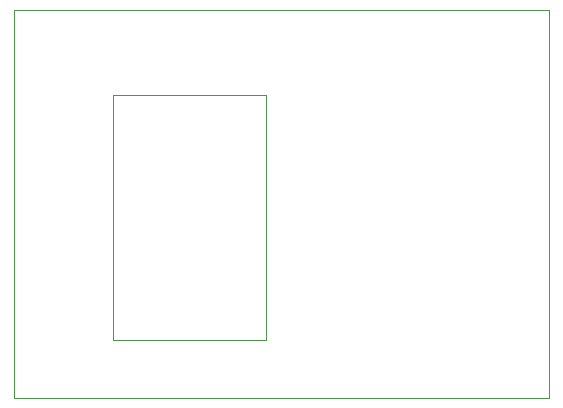
<source format=gbr>
%TF.GenerationSoftware,KiCad,Pcbnew,7.0.9*%
%TF.CreationDate,2024-02-15T22:09:53+01:00*%
%TF.ProjectId,esp32c3,65737033-3263-4332-9e6b-696361645f70,rev?*%
%TF.SameCoordinates,Original*%
%TF.FileFunction,Profile,NP*%
%FSLAX46Y46*%
G04 Gerber Fmt 4.6, Leading zero omitted, Abs format (unit mm)*
G04 Created by KiCad (PCBNEW 7.0.9) date 2024-02-15 22:09:53*
%MOMM*%
%LPD*%
G01*
G04 APERTURE LIST*
%TA.AperFunction,Profile*%
%ADD10C,0.100000*%
%TD*%
G04 APERTURE END LIST*
D10*
X138360000Y-70672000D02*
X151284000Y-70672000D01*
X151284000Y-91420000D01*
X138360000Y-91420000D01*
X138360000Y-70672000D01*
X129940000Y-63500000D02*
X175260000Y-63500000D01*
X175260000Y-96294000D01*
X129940000Y-96294000D01*
X129940000Y-63500000D01*
M02*

</source>
